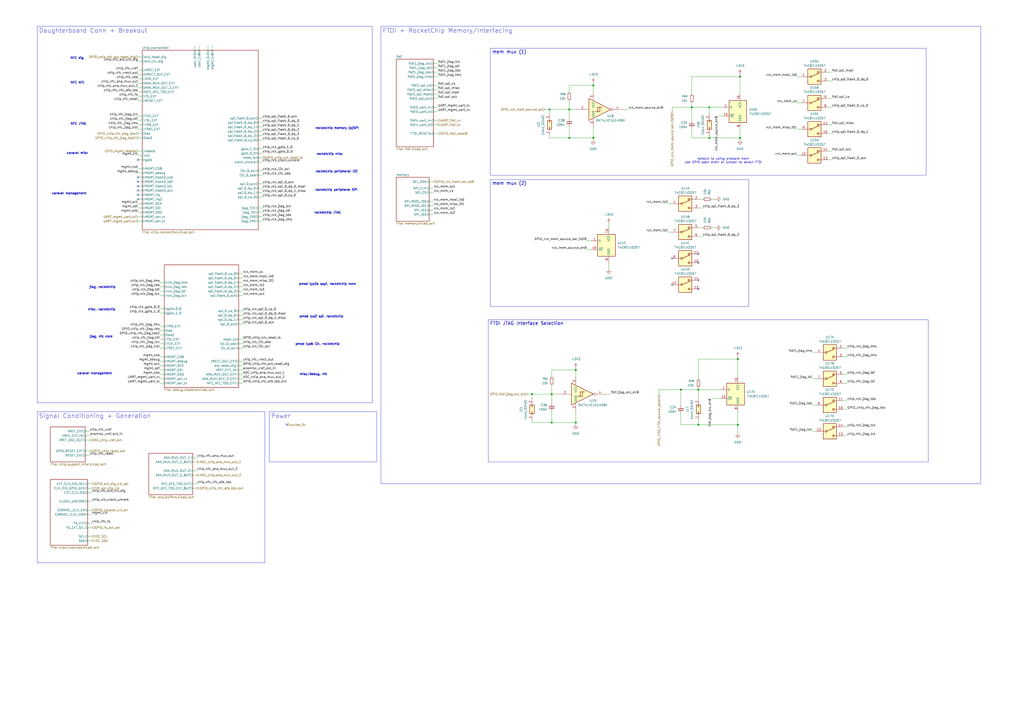
<source format=kicad_sch>
(kicad_sch (version 20250114) (generator "eeschema") (generator_version "9.0")
  (paper "A2")
  (lib_symbols
    (symbol "74xGxx:SN74LVC1G14DBV"
      (property "Reference" "U" (at 0 3.81 0))
      (property "Value" "SN74LVC1G14DBV" (at 0 -3.81 0))
      (symbol "SN74LVC1G14DBV_1_1"
        (pin input line (at -15.24 0 0) (length 7.62) (name "~") (number "2"))
        (pin no_connect line (at -7.62 5.08 180) (length 5.08) (hide yes) (name "NC") (number "1"))
        (pin power_in line (at -5.08 10.16 270) (length 5.08) (name "VCC") (number "5"))
        (pin power_in line (at -5.08 -10.16 90) (length 5.08) (name "GND") (number "3"))
        (pin output inverted (at 12.7 0 180) (length 7.62) (name "~") (number "4"))
      )
    )
    (symbol "74xx:74CBTLV3257"
      (property "Reference" "U" (at 17.78 1.27 0))
      (property "Value" "74CBTLV3257" (at 15.24 -1.27 0))
      (symbol "74CBTLV3257_1_1"
        (pin passive line (at -7.62 0 0) (length 2.54) (name "~") (number "4"))
        (pin passive line (at 7.62 2.54 180) (length 2.54) (name "~") (number "2"))
        (pin passive line (at 7.62 -2.54 180) (length 2.54) (name "~") (number "3"))
      )
      (symbol "74CBTLV3257_2_1"
        (pin passive line (at -7.62 0 0) (length 2.54) (name "~") (number "7"))
        (pin passive line (at 7.62 2.54 180) (length 2.54) (name "~") (number "5"))
        (pin passive line (at 7.62 -2.54 180) (length 2.54) (name "~") (number "6"))
      )
      (symbol "74CBTLV3257_3_1"
        (pin passive line (at -7.62 0 0) (length 2.54) (name "~") (number "9"))
        (pin passive line (at 7.62 2.54 180) (length 2.54) (name "~") (number "11"))
        (pin passive line (at 7.62 -2.54 180) (length 2.54) (name "~") (number "10"))
      )
      (symbol "74CBTLV3257_4_1"
        (pin passive line (at -7.62 0 0) (length 2.54) (name "~") (number "12"))
        (pin passive line (at 7.62 2.54 180) (length 2.54) (name "~") (number "14"))
        (pin passive line (at 7.62 -2.54 180) (length 2.54) (name "~") (number "13"))
      )
      (symbol "74CBTLV3257_5_1"
        (pin input line (at -10.16 2.54 0) (length 3.81) (name "S") (number "1"))
        (pin input line (at -10.16 -2.54 0) (length 3.81) (name "~{OE}") (number "15"))
        (pin power_in line (at 0 10.16 270) (length 3.81) (name "VCC") (number "16"))
        (pin power_in line (at 0 -10.16 90) (length 3.81) (name "GND") (number "8"))
      )
    )
    (symbol "Connector_Generic:Conn_02x01" (pin_names (offset 1.016) (hide yes))
      (property "Reference" "J" (at 1.27 2.54 0))
      (property "Value" "Conn_02x01" (at 1.27 -2.54 0))
      (symbol "Conn_02x01_1_1"
        (pin passive line (at -5.08 0 0) (length 3.81) (name "Pin_1") (number "1"))
        (pin passive line (at 7.62 0 180) (length 3.81) (name "Pin_2") (number "2"))
      )
    )
    (symbol "Device:C_Small" (pin_numbers (hide yes)) (pin_names (offset 0.254) (hide yes))
      (property "Reference" "C" (at 0.254 1.778 0))
      (property "Value" "C_Small" (at 0.254 -2.032 0))
      (symbol "C_Small_1_1"
        (pin passive line (at 0 2.54 270) (length 2.032) (name "~") (number "1"))
        (pin passive line (at 0 -2.54 90) (length 2.032) (name "~") (number "2"))
      )
    )
    (symbol "Device:R_Small" (pin_numbers (hide yes)) (pin_names (offset 0.254) (hide yes))
      (property "Reference" "R" (at 0 0 90))
      (property "Value" "R_Small" (at 1.778 0 90))
      (symbol "R_Small_1_1"
        (pin passive line (at 0 2.54 270) (length 0.762) (name "~") (number "1"))
        (pin passive line (at 0 -2.54 90) (length 0.762) (name "~") (number "2"))
      )
    )
    (symbol "power:+3V3" (power) (pin_numbers (hide yes)) (pin_names (offset 0) (hide yes))
      (property "Value" "+3V3" (at 0 3.556 0))
      (symbol "+3V3_1_1"
        (pin power_in line (at 0 0 90) (length 0) (name "~") (number "1"))
      )
    )
    (symbol "power:GND" (power) (pin_numbers (hide yes)) (pin_names (offset 0) (hide yes))
      (property "Value" "GND" (at 0 -3.81 0))
      (symbol "GND_1_1"
        (pin power_in line (at 0 0 270) (length 0) (name "~") (number "1"))
      )
    )
  )
  (text "caravel management" (at 54.864 216.662 0) (effects (font (size 1.27 1.27) (thickness 0.254) (bold yes))))
  (text "NFC AFE" (at 44.958 48.006 0) (effects (font (size 1.27 1.27) (thickness 0.254) (bold yes))))
  (text "rocketchip memory (q)SPI" (at 195.58 74.422 0) (effects (font (size 1.27 1.27) (thickness 0.254) (bold yes))))
  (text "MASTER TODO:\n1) verify caravel support chip configuration\n2) correct pull up/down resistors\n3) update to new FTDI chip\n4) add voltage regulators\n5) update nucleo symbol, assign/document pins\n6) verify memory interface pinsouts for rocketchip, add connector\n7) make connector pinouts match PMOD/JTAG interface on arty" (at 350.52 -75.946 0) (effects (font (size 3.81 3.81) (thickness 0.508) (bold yes)) (justify left)))
  (text "misc, rocketchip" (at 58.928 179.578 0) (effects (font (size 1.27 1.27) (thickness 0.254) (bold yes))))
  (text "rocketchip peripheral I2C" (at 195.326 99.568 0) (effects (font (size 1.27 1.27) (thickness 0.254) (bold yes))))
  (text "caravel misc" (at 44.958 88.9 0) (effects (font (size 1.27 1.27) (thickness 0.254) (bold yes))))
  (text "pmod typ2 spi, rocketchip" (at 186.436 183.642 0) (effects (font (size 1.27 1.27) (thickness 0.254) (bold yes))))
  (text "pmod typ6 i2c, rocketchip" (at 184.15 199.644 0) (effects (font (size 1.27 1.27) (thickness 0.254) (bold yes))))
  (text "misc/debug, nfc" (at 181.864 217.17 0) (effects (font (size 1.27 1.27) (thickness 0.254) (bold yes))))
  (text "rocketchip peripheral SPI" (at 195.072 110.236 0) (effects (font (size 1.27 1.27) (thickness 0.254) (bold yes))))
  (text "jtag, rocketchip" (at 59.436 166.624 0) (effects (font (size 1.27 1.27) (thickness 0.254) (bold yes))))
  (text "caravel management" (at 40.132 112.268 0) (effects (font (size 1.27 1.27) (thickness 0.254) (bold yes))))
  (text "rocketchip JTAG" (at 189.992 123.444 0) (effects (font (size 1.27 1.27) (thickness 0.254) (bold yes))))
  (text "jtag, nfc core" (at 58.674 195.326 0) (effects (font (size 1.27 1.27) (thickness 0.254) (bold yes))))
  (text "NFC dig" (at 44.704 33.782 0) (effects (font (size 1.27 1.27) (thickness 0.254) (bold yes))))
  (text "pmod typ2a qspi, rocketchip mem" (at 189.992 164.846 0) (effects (font (size 1.27 1.27) (thickness 0.254) (bold yes))))
  (text "rocketchip misc" (at 191.262 89.408 0) (effects (font (size 1.27 1.27) (thickness 0.254) (bold yes))))
  (text "NFC JTAG" (at 45.466 71.882 0) (effects (font (size 1.27 1.27) (thickness 0.254) (bold yes))))
  (text "default to using onboard mem\nuse GPIO open drain or jumper to select FTDI" (at 419.608 93.218 0) (effects (font (size 1.27 1.27))))
  (text_box "mem mux (2)" (at 284.48 104.14 0) (size 149.86 73.66) (margins 0.9525 0.9525 0.9525 0.9525) (effects (font (size 1.905 1.905) (thickness 0.254) (bold yes)) (justify left top)))
  (text_box "FTDI JTAG Interface Selection" (at 283.21 185.42 0) (size 255.27 82.55) (margins 0.9525 0.9525 0.9525 0.9525) (effects (font (size 1.905 1.905) (thickness 0.254) (bold yes)) (justify left top)))
  (text_box "Signal Conditioning + Generation" (at 21.59 238.76 0) (size 132.08 87.63) (margins 0.9525 0.9525 0.9525 0.9525) (effects (font (size 2.54 2.54)) (justify left top)))
  (text_box "FTDI + RocketChip Memory/Interfacing" (at 220.98 15.24 0) (size 347.98 265.43) (margins 0.9525 0.9525 0.9525 0.9525) (effects (font (size 2.54 2.54)) (justify left top)))
  (text_box "mem mux (1)" (at 284.48 27.94 0) (size 252.73 73.66) (margins 0.9525 0.9525 0.9525 0.9525) (effects (font (size 1.905 1.905) (thickness 0.254) (bold yes)) (justify left top)))
  (text_box "Daughterboard Conn + Breakout" (at 21.59 15.24 0) (size 194.31 218.44) (margins 0.9525 0.9525 0.9525 0.9525) (effects (font (size 2.54 2.54)) (justify left top)))
  (text_box "Power" (at 156.21 238.76 0) (size 62.23 29.21) (margins 0.9525 0.9525 0.9525 0.9525) (effects (font (size 2.54 2.54)) (justify left top)))
  (junction (at 427.99 208.28))
  (junction (at 344.17 80.01))
  (junction (at 427.99 246.38))
  (junction (at 401.32 62.23))
  (junction (at 411.48 80.01))
  (junction (at 330.2 63.5))
  (junction (at 318.77 63.5))
  (junction (at 411.48 62.23))
  (junction (at 308.61 228.6))
  (junction (at 330.2 80.01))
  (junction (at 394.97 226.06))
  (junction (at 320.04 228.6))
  (junction (at 429.26 44.45))
  (junction (at 320.04 245.11))
  (junction (at 405.13 226.06))
  (junction (at 334.01 214.63))
  (junction (at 334.01 245.11))
  (junction (at 405.13 246.38))
  (junction (at 429.26 80.01))
  (junction (at 344.17 49.53))
  (no_connect (at 80.01 115.57))
  (no_connect (at 80.01 105.41))
  (no_connect (at 80.01 113.03))
  (no_connect (at 166.37 246.38))
  (no_connect (at 405.13 162.56))
  (no_connect (at 80.01 107.95))
  (no_connect (at 80.01 110.49))
  (no_connect (at 405.13 152.4))
  (no_connect (at 405.13 147.32))
  (no_connect (at 389.89 165.1))
  (no_connect (at 80.01 92.71))
  (no_connect (at 80.01 102.87))
  (no_connect (at 389.89 149.86))
  (no_connect (at 405.13 167.64))
  (wire (pts (xy 113.03 26.67) (xy 113.03 29.21)))
  (wire (pts (xy 80.01 118.11) (xy 82.55 118.11)))
  (wire (pts (xy 308.61 228.6) (xy 320.04 228.6)))
  (wire (pts (xy 248.92 119.38) (xy 251.46 119.38)))
  (wire (pts (xy 149.86 109.22) (xy 152.4 109.22)))
  (wire (pts (xy 80.01 97.79) (xy 82.55 97.79)))
  (wire (pts (xy 427.99 246.38) (xy 427.99 251.46)))
  (wire (pts (xy 115.57 26.67) (xy 115.57 29.21)))
  (wire (pts (xy 330.2 49.53) (xy 330.2 53.34)))
  (wire (pts (xy 248.92 124.46) (xy 251.46 124.46)))
  (wire (pts (xy 480.06 62.23) (xy 482.6 62.23)))
  (wire (pts (xy 80.01 48.26) (xy 82.55 48.26)))
  (wire (pts (xy 480.06 72.39) (xy 482.6 72.39)))
  (wire (pts (xy 334.01 214.63) (xy 334.01 218.44)))
  (wire (pts (xy 251.46 52.07) (xy 254 52.07)))
  (wire (pts (xy 138.43 222.25) (xy 140.97 222.25)))
  (wire (pts (xy 251.46 72.39) (xy 254 72.39)))
  (wire (pts (xy 80.01 53.34) (xy 82.55 53.34)))
  (wire (pts (xy 92.71 163.83) (xy 95.25 163.83)))
  (wire (pts (xy 149.86 99.06) (xy 152.4 99.06)))
  (wire (pts (xy 149.86 125.73) (xy 152.4 125.73)))
  (wire (pts (xy 50.8 295.91) (xy 53.34 295.91)))
  (wire (pts (xy 80.01 55.88) (xy 82.55 55.88)))
  (wire (pts (xy 251.46 57.15) (xy 254 57.15)))
  (wire (pts (xy 427.99 238.76) (xy 427.99 246.38)))
  (wire (pts (xy 405.13 226.06) (xy 405.13 231.14)))
  (wire (pts (xy 344.17 73.66) (xy 344.17 80.01)))
  (wire (pts (xy 462.28 74.93) (xy 464.82 74.93)))
  (wire (pts (xy 149.86 86.36) (xy 152.4 86.36)))
  (wire (pts (xy 382.27 226.06) (xy 394.97 226.06)))
  (wire (pts (xy 138.43 214.63) (xy 140.97 214.63)))
  (wire (pts (xy 330.2 73.66) (xy 330.2 80.01)))
  (wire (pts (xy 248.92 111.76) (xy 251.46 111.76)))
  (wire (pts (xy 92.71 181.61) (xy 95.25 181.61)))
  (wire (pts (xy 320.04 228.6) (xy 323.85 228.6)))
  (wire (pts (xy 80.01 125.73) (xy 82.55 125.73)))
  (wire (pts (xy 120.65 26.67) (xy 120.65 29.21)))
  (wire (pts (xy 251.46 39.37) (xy 254 39.37)))
  (wire (pts (xy 92.71 171.45) (xy 95.25 171.45)))
  (wire (pts (xy 149.86 71.12) (xy 152.4 71.12)))
  (wire (pts (xy 394.97 234.95) (xy 394.97 226.06)))
  (wire (pts (xy 111.76 267.97) (xy 114.3 267.97)))
  (wire (pts (xy 251.46 36.83) (xy 254 36.83)))
  (wire (pts (xy 50.8 303.53) (xy 53.34 303.53)))
  (wire (pts (xy 50.8 285.75) (xy 53.34 285.75)))
  (wire (pts (xy 251.46 41.91) (xy 254 41.91)))
  (wire (pts (xy 111.76 275.59) (xy 114.3 275.59)))
  (wire (pts (xy 308.61 243.84) (xy 308.61 245.11)))
  (wire (pts (xy 353.06 129.54) (xy 353.06 132.08)))
  (wire (pts (xy 251.46 54.61) (xy 254 54.61)))
  (wire (pts (xy 405.13 243.84) (xy 405.13 246.38)))
  (wire (pts (xy 251.46 62.23) (xy 254 62.23)))
  (wire (pts (xy 334.01 213.36) (xy 334.01 214.63)))
  (wire (pts (xy 318.77 78.74) (xy 318.77 80.01)))
  (wire (pts (xy 138.43 199.39) (xy 140.97 199.39)))
  (wire (pts (xy 80.01 35.56) (xy 82.55 35.56)))
  (wire (pts (xy 351.79 228.6) (xy 354.33 228.6)))
  (wire (pts (xy 149.86 81.28) (xy 152.4 81.28)))
  (wire (pts (xy 405.13 115.57) (xy 407.67 115.57)))
  (wire (pts (xy 480.06 87.63) (xy 482.6 87.63)))
  (wire (pts (xy 488.95 237.49) (xy 491.49 237.49)))
  (wire (pts (xy 123.19 26.67) (xy 123.19 29.21)))
  (wire (pts (xy 92.71 189.23) (xy 95.25 189.23)))
  (wire (pts (xy 334.01 238.76) (xy 334.01 245.11)))
  (wire (pts (xy 92.71 196.85) (xy 95.25 196.85)))
  (wire (pts (xy 138.43 209.55) (xy 140.97 209.55)))
  (wire (pts (xy 308.61 228.6) (xy 308.61 231.14)))
  (wire (pts (xy 462.28 90.17) (xy 464.82 90.17)))
  (wire (pts (xy 92.71 219.71) (xy 95.25 219.71)))
  (wire (pts (xy 387.35 118.11) (xy 389.89 118.11)))
  (wire (pts (xy 394.97 226.06) (xy 405.13 226.06)))
  (wire (pts (xy 138.43 163.83) (xy 140.97 163.83)))
  (wire (pts (xy 330.2 63.5) (xy 334.01 63.5)))
  (wire (pts (xy 471.17 219.71) (xy 473.71 219.71)))
  (wire (pts (xy 308.61 245.11) (xy 320.04 245.11)))
  (wire (pts (xy 251.46 49.53) (xy 254 49.53)))
  (wire (pts (xy 138.43 217.17) (xy 140.97 217.17)))
  (wire (pts (xy 248.92 109.22) (xy 251.46 109.22)))
  (wire (pts (xy 361.95 63.5) (xy 364.49 63.5)))
  (wire (pts (xy 149.86 88.9) (xy 152.4 88.9)))
  (wire (pts (xy 344.17 48.26) (xy 344.17 49.53)))
  (wire (pts (xy 318.77 80.01) (xy 330.2 80.01)))
  (wire (pts (xy 80.01 123.19) (xy 82.55 123.19)))
  (wire (pts (xy 138.43 171.45) (xy 140.97 171.45)))
  (wire (pts (xy 50.8 313.69) (xy 53.34 313.69)))
  (wire (pts (xy 248.92 121.92) (xy 251.46 121.92)))
  (wire (pts (xy 149.86 128.27) (xy 152.4 128.27)))
  (wire (pts (xy 80.01 67.31) (xy 82.55 67.31)))
  (wire (pts (xy 427.99 208.28) (xy 427.99 218.44)))
  (wire (pts (xy 80.01 115.57) (xy 82.55 115.57)))
  (wire (pts (xy 330.2 80.01) (xy 344.17 80.01)))
  (wire (pts (xy 401.32 80.01) (xy 411.48 80.01)))
  (wire (pts (xy 488.95 252.73) (xy 491.49 252.73)))
  (wire (pts (xy 471.17 204.47) (xy 473.71 204.47)))
  (wire (pts (xy 330.2 58.42) (xy 330.2 63.5)))
  (wire (pts (xy 111.76 273.05) (xy 114.3 273.05)))
  (wire (pts (xy 49.53 250.19) (xy 52.07 250.19)))
  (wire (pts (xy 80.01 128.27) (xy 82.55 128.27)))
  (wire (pts (xy 462.28 44.45) (xy 464.82 44.45)))
  (wire (pts (xy 111.76 265.43) (xy 114.3 265.43)))
  (wire (pts (xy 138.43 196.85) (xy 140.97 196.85)))
  (wire (pts (xy 138.43 166.37) (xy 140.97 166.37)))
  (wire (pts (xy 462.28 59.69) (xy 464.82 59.69)))
  (wire (pts (xy 344.17 49.53) (xy 330.2 49.53)))
  (wire (pts (xy 80.01 113.03) (xy 82.55 113.03)))
  (wire (pts (xy 412.75 231.14) (xy 417.83 231.14)))
  (wire (pts (xy 149.86 101.6) (xy 152.4 101.6)))
  (wire (pts (xy 149.86 114.3) (xy 152.4 114.3)))
  (wire (pts (xy 149.86 68.58) (xy 152.4 68.58)))
  (wire (pts (xy 251.46 77.47) (xy 254 77.47)))
  (wire (pts (xy 80.01 69.85) (xy 82.55 69.85)))
  (wire (pts (xy 488.95 207.01) (xy 491.49 207.01)))
  (wire (pts (xy 50.8 290.83) (xy 53.34 290.83)))
  (wire (pts (xy 411.48 62.23) (xy 411.48 66.04)))
  (wire (pts (xy 320.04 223.52) (xy 320.04 228.6)))
  (wire (pts (xy 92.71 201.93) (xy 95.25 201.93)))
  (wire (pts (xy 50.8 298.45) (xy 53.34 298.45)))
  (wire (pts (xy 412.75 132.08) (xy 415.29 132.08)))
  (wire (pts (xy 480.06 41.91) (xy 482.6 41.91)))
  (wire (pts (xy 80.01 58.42) (xy 82.55 58.42)))
  (wire (pts (xy 92.71 209.55) (xy 95.25 209.55)))
  (wire (pts (xy 80.01 105.41) (xy 82.55 105.41)))
  (wire (pts (xy 480.06 46.99) (xy 482.6 46.99)))
  (wire (pts (xy 471.17 234.95) (xy 473.71 234.95)))
  (wire (pts (xy 401.32 44.45) (xy 401.32 54.61)))
  (wire (pts (xy 111.76 283.21) (xy 114.3 283.21)))
  (wire (pts (xy 149.86 76.2) (xy 152.4 76.2)))
  (wire (pts (xy 49.53 252.73) (xy 52.07 252.73)))
  (wire (pts (xy 411.48 62.23) (xy 419.1 62.23)))
  (wire (pts (xy 50.8 280.67) (xy 53.34 280.67)))
  (wire (pts (xy 80.01 33.02) (xy 82.55 33.02)))
  (wire (pts (xy 80.01 72.39) (xy 82.55 72.39)))
  (wire (pts (xy 80.01 77.47) (xy 82.55 77.47)))
  (wire (pts (xy 320.04 214.63) (xy 320.04 218.44)))
  (wire (pts (xy 401.32 74.93) (xy 401.32 80.01)))
  (wire (pts (xy 92.71 168.91) (xy 95.25 168.91)))
  (wire (pts (xy 149.86 120.65) (xy 152.4 120.65)))
  (wire (pts (xy 389.89 62.23) (xy 401.32 62.23)))
  (wire (pts (xy 387.35 134.62) (xy 389.89 134.62)))
  (wire (pts (xy 342.9 144.78) (xy 340.36 144.78)))
  (wire (pts (xy 92.71 207.01) (xy 95.25 207.01)))
  (wire (pts (xy 330.2 63.5) (xy 330.2 68.58)))
  (wire (pts (xy 251.46 64.77) (xy 254 64.77)))
  (wire (pts (xy 401.32 44.45) (xy 429.26 44.45)))
  (wire (pts (xy 138.43 180.34) (xy 140.97 180.34)))
  (wire (pts (xy 251.46 69.85) (xy 254 69.85)))
  (wire (pts (xy 405.13 226.06) (xy 417.83 226.06)))
  (wire (pts (xy 149.86 78.74) (xy 152.4 78.74)))
  (wire (pts (xy 429.26 80.01) (xy 429.26 81.28)))
  (wire (pts (xy 149.86 73.66) (xy 152.4 73.66)))
  (wire (pts (xy 334.01 214.63) (xy 320.04 214.63)))
  (wire (pts (xy 138.43 161.29) (xy 140.97 161.29)))
  (wire (pts (xy 92.71 199.39) (xy 95.25 199.39)))
  (wire (pts (xy 92.71 214.63) (xy 95.25 214.63)))
  (wire (pts (xy 480.06 57.15) (xy 482.6 57.15)))
  (wire (pts (xy 92.71 191.77) (xy 95.25 191.77)))
  (wire (pts (xy 149.86 91.44) (xy 152.4 91.44)))
  (wire (pts (xy 488.95 201.93) (xy 491.49 201.93)))
  (wire (pts (xy 389.89 64.77) (xy 389.89 62.23)))
  (wire (pts (xy 138.43 182.88) (xy 140.97 182.88)))
  (wire (pts (xy 149.86 93.98) (xy 152.4 93.98)))
  (wire (pts (xy 405.13 132.08) (xy 407.67 132.08)))
  (wire (pts (xy 80.01 90.17) (xy 82.55 90.17)))
  (wire (pts (xy 92.71 179.07) (xy 95.25 179.07)))
  (wire (pts (xy 138.43 168.91) (xy 140.97 168.91)))
  (wire (pts (xy 318.77 63.5) (xy 318.77 66.04)))
  (wire (pts (xy 80.01 120.65) (xy 82.55 120.65)))
  (wire (pts (xy 344.17 49.53) (xy 344.17 53.34)))
  (wire (pts (xy 80.01 92.71) (xy 82.55 92.71)))
  (wire (pts (xy 92.71 217.17) (xy 95.25 217.17)))
  (wire (pts (xy 80.01 43.18) (xy 82.55 43.18)))
  (wire (pts (xy 429.26 44.45) (xy 429.26 54.61)))
  (wire (pts (xy 149.86 106.68) (xy 152.4 106.68)))
  (wire (pts (xy 488.95 217.17) (xy 491.49 217.17)))
  (wire (pts (xy 488.95 222.25) (xy 491.49 222.25)))
  (wire (pts (xy 138.43 212.09) (xy 140.97 212.09)))
  (wire (pts (xy 251.46 44.45) (xy 254 44.45)))
  (wire (pts (xy 50.8 283.21) (xy 53.34 283.21)))
  (wire (pts (xy 248.92 105.41) (xy 251.46 105.41)))
  (wire (pts (xy 320.04 238.76) (xy 320.04 245.11)))
  (wire (pts (xy 405.13 208.28) (xy 427.99 208.28)))
  (wire (pts (xy 80.01 80.01) (xy 82.55 80.01)))
  (wire (pts (xy 480.06 77.47) (xy 482.6 77.47)))
  (wire (pts (xy 480.06 92.71) (xy 482.6 92.71)))
  (wire (pts (xy 353.06 152.4) (xy 353.06 156.21)))
  (wire (pts (xy 405.13 120.65) (xy 407.67 120.65)))
  (wire (pts (xy 80.01 45.72) (xy 82.55 45.72)))
  (wire (pts (xy 344.17 80.01) (xy 344.17 81.28)))
  (wire (pts (xy 111.76 280.67) (xy 114.3 280.67)))
  (wire (pts (xy 80.01 100.33) (xy 82.55 100.33)))
  (wire (pts (xy 401.32 62.23) (xy 401.32 69.85)))
  (wire (pts (xy 80.01 102.87) (xy 82.55 102.87)))
  (wire (pts (xy 411.48 80.01) (xy 429.26 80.01)))
  (wire (pts (xy 405.13 246.38) (xy 427.99 246.38)))
  (wire (pts (xy 92.71 194.31) (xy 95.25 194.31)))
  (wire (pts (xy 429.26 43.18) (xy 429.26 44.45)))
  (wire (pts (xy 427.99 207.01) (xy 427.99 208.28)))
  (wire (pts (xy 49.53 255.27) (xy 52.07 255.27)))
  (wire (pts (xy 138.43 201.93) (xy 140.97 201.93)))
  (wire (pts (xy 334.01 245.11) (xy 334.01 246.38)))
  (wire (pts (xy 401.32 62.23) (xy 411.48 62.23)))
  (wire (pts (xy 340.36 139.7) (xy 342.9 139.7)))
  (wire (pts (xy 80.01 87.63) (xy 82.55 87.63)))
  (wire (pts (xy 429.26 74.93) (xy 429.26 80.01)))
  (wire (pts (xy 92.71 212.09) (xy 95.25 212.09)))
  (wire (pts (xy 412.75 115.57) (xy 415.29 115.57)))
  (wire (pts (xy 49.53 261.62) (xy 52.07 261.62)))
  (wire (pts (xy 405.13 219.71) (xy 405.13 208.28)))
  (wire (pts (xy 80.01 107.95) (xy 82.55 107.95)))
  (wire (pts (xy 138.43 158.75) (xy 140.97 158.75)))
  (wire (pts (xy 149.86 111.76) (xy 152.4 111.76)))
  (wire (pts (xy 411.48 80.01) (xy 411.48 78.74)))
  (wire (pts (xy 320.04 245.11) (xy 334.01 245.11)))
  (wire (pts (xy 92.71 222.25) (xy 95.25 222.25)))
  (wire (pts (xy 394.97 246.38) (xy 405.13 246.38)))
  (wire (pts (xy 80.01 110.49) (xy 82.55 110.49)))
  (wire (pts (xy 488.95 232.41) (xy 491.49 232.41)))
  (wire (pts (xy 316.23 63.5) (xy 318.77 63.5)))
  (wire (pts (xy 419.1 67.31) (xy 416.56 67.31)))
  (wire (pts (xy 80.01 40.64) (xy 82.55 40.64)))
  (wire (pts (xy 405.13 224.79) (xy 405.13 226.06)))
  (wire (pts (xy 382.27 228.6) (xy 382.27 226.06)))
  (wire (pts (xy 488.95 247.65) (xy 491.49 247.65)))
  (wire (pts (xy 248.92 116.84) (xy 251.46 116.84)))
  (wire (pts (xy 149.86 123.19) (xy 152.4 123.19)))
  (wire (pts (xy 306.07 228.6) (xy 308.61 228.6)))
  (wire (pts (xy 50.8 306.07) (xy 53.34 306.07)))
  (wire (pts (xy 138.43 185.42) (xy 140.97 185.42)))
  (wire (pts (xy 138.43 187.96) (xy 140.97 187.96)))
  (wire (pts (xy 318.77 63.5) (xy 330.2 63.5)))
  (wire (pts (xy 50.8 311.15) (xy 53.34 311.15)))
  (wire (pts (xy 471.17 250.19) (xy 473.71 250.19)))
  (wire (pts (xy 49.53 264.16) (xy 52.07 264.16)))
  (wire (pts (xy 138.43 219.71) (xy 140.97 219.71)))
  (wire (pts (xy 92.71 166.37) (xy 95.25 166.37)))
  (wire (pts (xy 80.01 74.93) (xy 82.55 74.93)))
  (wire (pts (xy 401.32 59.69) (xy 401.32 62.23)))
  (wire (pts (xy 320.04 228.6) (xy 320.04 233.68)))
  (wire (pts (xy 80.01 50.8) (xy 82.55 50.8)))
  (wire (pts (xy 394.97 240.03) (xy 394.97 246.38)))
  (wire (pts (xy 405.13 137.16) (xy 407.67 137.16)))
  (label "chip_nfc_jtag_tms" (at 92.71 189.23 180))
  (label "chip_rck_jtag_tms" (at 491.49 201.93 0) (effects (font (thickness 0.1588))))
  (label "chip_nfc_ext_clk_dig" (at 80.01 35.56 180) (effects (font (thickness 0.1588))))
  (label "chip_nfc_fs" (at 53.34 303.53 0))
  (label "chip_spi_flash_0_sck" (at 482.6 92.71 0) (effects (font (thickness 0.1588))))
  (label "ftdi_jtag_src_enB" (at 354.33 228.6 0))
  (label "chip_rck_jtag_tdi" (at 152.4 123.19 0) (effects (font (thickness 0.1588))))
  (label "ftdi_spi_miso" (at 254 52.07 0))
  (label "chip_rck_i2c_sda" (at 140.97 199.39 0) (effects (font (thickness 0.1588))))
  (label "mgmt_sdi" (at 80.01 120.65 180))
  (label "chip_nfc_nfc_afe_tdo" (at 114.3 280.67 0))
  (label "rck_mem_miso_i01" (at 251.46 119.38 0))
  (label "ftdi_spi_cs" (at 254 49.53 0))
  (label "rck_mem_source_enB" (at 416.56 67.31 270))
  (label "ftdi_spi_cs" (at 482.6 57.15 0))
  (label "rck_mem_io3" (at 140.97 168.91 0))
  (label "ADC_chip_ana_mux_out_1" (at 140.97 217.17 0))
  (label "chip_nfc_vrect_out" (at 80.01 43.18 180))
  (label "anamisc_vref_ext_in" (at 140.97 214.63 0))
  (label "rck_mem_io2" (at 251.46 121.92 0))
  (label "chip_spi_flash_0_dq_0" (at 482.6 46.99 0) (effects (font (thickness 0.1588))))
  (label "chip_spi_flash_0_dq_1" (at 482.6 77.47 0) (effects (font (thickness 0.1588))))
  (label "ftdi_spi_mosi" (at 254 54.61 0))
  (label "mgmt_sck" (at 92.71 212.09 180))
  (label "rck_mem_mosi_io0" (at 140.97 161.29 0))
  (label "rck_mem_sck" (at 462.28 90.17 180))
  (label "chip_rck_i2c_scl" (at 140.97 201.93 0) (effects (font (thickness 0.1588))))
  (label "ftdi1_jtag_tck" (at 471.17 250.19 180))
  (label "chip_nfc_ana_mux_out_2" (at 80.01 50.8 180))
  (label "GPIO_chip_nfc_afe_tdo_ext" (at 140.97 222.25 0))
  (label "ftdi_jtag_src_enB" (at 412.75 231.14 270))
  (label "chip_rck_clock_uncore" (at 152.4 93.98 0) (effects (font (thickness 0.1588))))
  (label "chip_spi_flash_0_cs_0" (at 482.6 62.23 0) (effects (font (thickness 0.1588))))
  (label "chip_rck_jtag_tck" (at 491.49 247.65 0) (effects (font (thickness 0.1588))))
  (label "ftdi_spi_miso" (at 482.6 72.39 0))
  (label "chip_spi_flash_0_dq_0" (at 152.4 71.12 0) (effects (font (thickness 0.1588))))
  (label "chip_nfc_jtag_tms" (at 80.01 72.39 180))
  (label "mgmt_sdi" (at 92.71 214.63 180))
  (label "ftdi_spi_sck" (at 254 57.15 0))
  (label "chip_nfc_ana_mux_out" (at 80.01 48.26 180))
  (label "UART_mgmt_uart_rx" (at 92.71 219.71 180) (effects (font (thickness 0.1588))))
  (label "rck_mem_source_enB" (at 364.49 63.5 0))
  (label "chip_rck_i2c_sda" (at 152.4 101.6 0) (effects (font (thickness 0.1588))))
  (label "chip_nfc_jtag_tck" (at 491.49 252.73 0))
  (label "chip_rck_jtag_tdi" (at 92.71 168.91 180) (effects (font (thickness 0.1588))))
  (label "chip_rck_jtag_tdo" (at 152.4 125.73 0) (effects (font (thickness 0.1588))))
  (label "chip_rck_jtag_tck" (at 92.71 171.45 180) (effects (font (thickness 0.1588))))
  (label "rck_mem_io3" (at 387.35 118.11 180))
  (label "rck_mem_sck" (at 251.46 109.22 0))
  (label "chip_nfc_jtag_tck" (at 92.71 199.39 180))
  (label "mgmt_debug" (at 92.71 209.55 180))
  (label "chip_rck_jtag_tdo" (at 491.49 232.41 0) (effects (font (thickness 0.1588))))
  (label "ftdi_spi_sck" (at 482.6 87.63 0))
  (label "chip_nfc_reset" (at 52.07 264.16 0))
  (label "chip_nfc_vdd" (at 80.01 45.72 180) (effects (font (thickness 0.1588))))
  (label "mgmt_clk" (at 80.01 90.17 180))
  (label "mgmt_sdo" (at 92.71 217.17 180))
  (label "chip_spi_flash_0_dq_1" (at 152.4 73.66 0) (effects (font (thickness 0.1588))))
  (label "chip_rck_spi_0_dq_0_mosi" (at 152.4 109.22 0) (effects (font (thickness 0.1588))))
  (label "chip_spi_flash_0_dq_2" (at 152.4 76.2 0) (effects (font (thickness 0.1588))))
  (label "chip_nfc_jtag_tck" (at 80.01 67.31 180))
  (label "mgmt_sdo" (at 80.01 123.19 180))
  (label "ftdi1_jtag_tdi" (at 471.17 219.71 180))
  (label "UART_mgmt_uart_rx" (at 254 64.77 0) (effects (font (thickness 0.1588))))
  (label "chip_nfc_nfc_afe_tdo" (at 80.01 53.34 180))
  (label "rck_mem_cs" (at 251.46 111.76 0))
  (label "rck_mem_io2" (at 140.97 166.37 0))
  (label "chip_nfc_ana_mux_out" (at 114.3 265.43 0))
  (label "chip_rck_gpio_1_0" (at 152.4 86.36 0) (effects (font (thickness 0.1588))))
  (label "chip_rck_jtag_tdo" (at 92.71 166.37 180) (effects (font (thickness 0.1588))))
  (label "chip_nfc_ana_mux_out_2" (at 114.3 273.05 0))
  (label "chip_nfc_fs" (at 80.01 55.88 180))
  (label "mgmt_csb" (at 92.71 207.01 180))
  (label "rck_mem_io3" (at 251.46 124.46 0))
  (label "chip_rck_spi_0_cs_0" (at 140.97 180.34 0) (effects (font (thickness 0.1588))))
  (label "chip_nfc_jtag_tdi" (at 491.49 222.25 0))
  (label "rck_mem_mosi_io0" (at 462.28 44.45 180))
  (label "chip_rck_i2c_scl" (at 152.4 99.06 0) (effects (font (thickness 0.1588))))
  (label "rck_mem_mosi_io0" (at 251.46 116.84 0))
  (label "chip_nfc_vrect_out" (at 140.97 209.55 0))
  (label "chip_nfc_jtag_tdi" (at 80.01 69.85 180))
  (label "chip_spi_flash_0_dq_3" (at 152.4 78.74 0) (effects (font (thickness 0.1588))))
  (label "chip_spi_flash_0_dq_3" (at 407.67 120.65 0) (effects (font (thickness 0.1588))))
  (label "ftdi1_jtag_tdi" (at 254 39.37 0))
  (label "ftdi1_jtag_tck" (at 254 36.83 0))
  (label "ftdi1_jtag_tdo" (at 254 41.91 0))
  (label "ftdi1_jtag_tms" (at 254 44.45 0))
  (label "chip_rck_spi_0_dq_1_miso" (at 140.97 185.42 0) (effects (font (thickness 0.1588))))
  (label "rck_mem_miso_i01" (at 140.97 163.83 0))
  (label "UART_mgmt_uart_tx" (at 254 62.23 0) (effects (font (thickness 0.1588))))
  (label "chip_rck_clock_uncore" (at 53.34 290.83 0) (effects (font (thickness 0.1588))))
  (label "mgmt_debug" (at 80.01 100.33 180))
  (label "mgmt_csb" (at 80.01 97.79 180))
  (label "chip_rck_spi_0_sck" (at 152.4 106.68 0) (effects (font (thickness 0.1588))))
  (label "GPIO_chip_nfc_jtag_tdo" (at 491.49 237.49 0))
  (label "rck_mem_cs" (at 462.28 59.69 180))
  (label "GPIO_chip_rck_reset_io" (at 140.97 196.85 0) (effects (font (thickness 0.1588))))
  (label "chip_rck_jtag_tdi" (at 491.49 217.17 0) (effects (font (thickness 0.1588))))
  (label "rck_mem_miso_i01" (at 462.28 74.93 180))
  (label "chip_nfc_vref" (at 80.01 40.64 180))
  (label "chip_rck_spi_0_dq_1_miso" (at 152.4 111.76 0) (effects (font (thickness 0.1588))))
  (label "ADC_chip_ana_mux_out_2" (at 140.97 219.71 0))
  (label "chip_rck_gpio_0_0" (at 152.4 88.9 0) (effects (font (thickness 0.1588))))
  (label "UART_mgmt_uart_tx" (at 92.71 222.25 180) (effects (font (thickness 0.1588))))
  (label "GPIO_chip_nfc_jtag_tdo2" (at 92.71 194.31 180))
  (label "chip_rck_gpio_1_0" (at 92.71 181.61 180) (effects (font (thickness 0.1588))))
  (label "rck_mem_io2" (at 387.35 134.62 180))
  (label "mgmt_sck" (at 80.01 118.11 180))
  (label "chip_nfc_jtag_trst" (at 92.71 201.93 180))
  (label "rck_mem_cs" (at 140.97 158.75 0))
  (label "chip_nfc_reset" (at 80.01 58.42 180))
  (label "mgmt_clk" (at 53.34 298.45 0))
  (label "ftdi_spi_mosi" (at 482.6 41.91 0))
  (label "rck_mem_sck" (at 140.97 171.45 0))
  (label "chip_spi_flash_0_sck" (at 152.4 68.58 0) (effects (font (thickness 0.1588))))
  (label "GPIO_rck_mem_source_sel_ftdiB" (at 340.36 139.7 180))
  (label "chip_spi_flash_0_dq_2" (at 407.67 137.16 0) (effects (font (thickness 0.1588))))
  (label "chip_nfc_jtag_tms" (at 491.49 207.01 0))
  (label "chip_nfc_jtag_trst" (at 80.01 74.93 180))
  (label "chip_rck_gpio_0_0" (at 92.71 179.07 180) (effects (font (thickness 0.1588))))
  (label "chip_rck_jtag_tms" (at 152.4 128.27 0) (effects (font (thickness 0.1588))))
  (label "chip_rck_spi_0_dq_0_mosi" (at 140.97 182.88 0) (effects (font (thickness 0.1588))))
  (label "chip_nfc_jtag_tdi" (at 92.71 196.85 180))
  (label "anamisc_vref_ext_in" (at 52.07 252.73 0))
  (label "chip_spi_flash_0_cs_0" (at 152.4 81.28 0) (effects (font (thickness 0.1588))))
  (label "GPIO_chip_nfc_jtag_tdo" (at 92.71 191.77 180))
  (label "chip_rck_jtag_tck" (at 152.4 120.65 0) (effects (font (thickness 0.1588))))
  (label "chip_nfc_vref" (at 52.07 250.19 0))
  (label "rck_mem_source_enB" (at 340.36 144.78 180))
  (label "ftdi1_jtag_tms" (at 471.17 204.47 180))
  (label "chip_rck_spi_0_sck" (at 140.97 187.96 0) (effects (font (thickness 0.1588))))
  (label "chip_rck_jtag_tms" (at 92.71 163.83 180) (effects (font (thickness 0.1588))))
  (label "chip_nfc_ext_clk_dig" (at 53.34 285.75 0) (effects (font (thickness 0.1588))))
  (label "ftdi1_jtag_tdo" (at 471.17 234.95 180))
  (label "GPIO_chip_nfc_ext_reset_dig" (at 140.97 212.09 0) (effects (font (thickness 0.1588))))
  (label "chip_rck_spi_0_cs_0" (at 152.4 114.3 0) (effects (font (thickness 0.1588))))
  (hierarchical_label "GPIO_chip_nfc_jtag_tdo2" (shape output) (at 80.01 80.01 180))
  (hierarchical_label "GPIO_mgmt_resetb" (shape input) (at 80.01 87.63 180))
  (hierarchical_label "GPIO_ftdi_jtag_src_en" (shape input) (at 306.07 228.6 180))
  (hierarchical_label "GPIO_chip_reset_ext" (shape input) (at 52.07 261.62 0))
  (hierarchical_label "GPIO_rck_mem_source_en" (shape input) (at 316.23 63.5 180))
  (hierarchical_label "I2C_SDA" (shape bidirectional) (at 53.34 313.69 0))
  (hierarchical_label "GPIO_caravel_clk_en" (shape input) (at 53.34 295.91 0))
  (hierarchical_label "GPIO_rck_mem_sel_sdB" (shape input) (at 251.46 105.41 0))
  (hierarchical_label "GPIO_JTAG_FTDI_source_select" (shape input) (at 382.27 228.6 270))
  (hierarchical_label "UART_mgmt_uart_tx" (shape output) (at 80.01 128.27 180) (effects (font (thickness 0.1588))))
  (hierarchical_label "GPIO_chip_nfc_jtag_tdo" (shape output) (at 80.01 77.47 180))
  (hierarchical_label "GPIO_fs_ext_sel" (shape input) (at 53.34 306.07 0))
  (hierarchical_label "GPIO_chip_nfc_afe_tdo_ext" (shape output) (at 114.3 283.21 0))
  (hierarchical_label "UART_ftdi_rx" (shape input) (at 254 69.85 0))
  (hierarchical_label "ADC_chip_ana_mux_out_1" (shape output) (at 114.3 267.97 0))
  (hierarchical_label "nucleo_5v" (shape input) (at 166.37 246.38 0))
  (hierarchical_label "GPIO_ext_dig_clk_sel" (shape input) (at 53.34 280.67 0))
  (hierarchical_label "GPIO_chip_nfc_ext_reset_dig" (shape input) (at 80.01 33.02 180) (effects (font (thickness 0.1588))))
  (hierarchical_label "GPIO_chip_rck_reset_io" (shape input) (at 152.4 91.44 0) (effects (font (thickness 0.1588))))
  (hierarchical_label "I2C_SCL" (shape input) (at 53.34 311.15 0))
  (hierarchical_label "UART_ftdi_tx" (shape output) (at 254 72.39 0))
  (hierarchical_label "GPIO_ftdi_resetB" (shape input) (at 254 77.47 0))
  (hierarchical_label "TIM_ext_dig_clk" (shape input) (at 53.34 283.21 0))
  (hierarchical_label "DAC_chip_vref_ext" (shape input) (at 52.07 255.27 0))
  (hierarchical_label "GPIO_rck_mem_source_sel_ftdiB" (shape input) (at 389.89 64.77 270))
  (hierarchical_label "ADC_chip_ana_mux_out_2" (shape output) (at 114.3 275.59 0))
  (hierarchical_label "UART_mgmt_uart_rx" (shape input) (at 80.01 125.73 180) (effects (font (thickness 0.1588))))
  (symbol (lib_id "power:+3V3") (at 429.26 43.18 0) (unit 1)
    (property "Reference" "#PWR0152" (effects (hide yes)))
    (property "Value" "+3V3" (at 429.26 38.1 0))
    (property "Description" "Power symbol creates a global label with name \"+3V3\"" (effects (hide yes)))
  )
  (symbol (lib_id "Device:R_Small") (at 410.21 132.08 270) (unit 1)
    (property "Reference" "R53" (at 411.4801 129.54 0) (effects (font (size 1.016 1.016)) (justify right)))
    (property "Value" "10k" (at 408.9401 129.54 0) (effects (justify right)))
    (property "Description" "Resistor, small symbol" (effects (hide yes)))
  )
  (symbol (lib_id "74xx:74CBTLV3257") (at 481.33 204.47 0) (unit 1)
    (property "Reference" "U17" (at 481.33 195.58 0))
    (property "Value" "74CBTLV3257" (at 481.33 198.12 0))
    (property "Datasheet" "http://www.ti.com/lit/ds/symlink/sn74cbtlv3257.pdf" (effects (hide yes)))
    (property "Description" "Quad 1:2 FET Multiplexer/Demultiplexer, Low-Voltage" (effects (hide yes)))
  )
  (symbol (lib_id "Device:C_Small") (at 320.04 236.22 0) (unit 1)
    (property "Reference" "C36" (at 317.5 234.9562 0) (effects (justify right)))
    (property "Value" "100n" (at 317.5 237.4962 0) (effects (justify right)))
    (property "Description" "Unpolarized capacitor, small symbol" (effects (hide yes)))
  )
  (symbol (lib_id "Device:R_Small") (at 401.32 57.15 0) (unit 1)
    (property "Reference" "R49" (at 398.78 55.8799 0) (effects (font (size 1.016 1.016)) (justify right)))
    (property "Value" "10k" (at 398.78 58.4199 0) (effects (justify right)))
    (property "Description" "Resistor, small symbol" (effects (hide yes)))
  )
  (symbol (lib_id "power:GND") (at 415.29 115.57 90) (unit 1)
    (property "Reference" "#PWR0154" (effects (hide yes)))
    (property "Value" "GND" (at 419.1 115.5699 90) (effects (justify right)))
    (property "Description" "Power symbol creates a global label with name \"GND\" , ground" (effects (hide yes)))
  )
  (symbol (lib_id "power:+3V3") (at 427.99 207.01 0) (unit 1)
    (property "Reference" "#PWR0156" (effects (hide yes)))
    (property "Value" "+3V3" (at 427.99 201.93 0))
    (property "Description" "Power symbol creates a global label with name \"+3V3\"" (effects (hide yes)))
  )
  (symbol (lib_id "74xx:74CBTLV3257") (at 397.51 134.62 0) (unit 2)
    (property "Reference" "U14" (at 397.51 125.73 0))
    (property "Value" "74CBTLV3257" (at 397.51 128.27 0))
    (property "Datasheet" "http://www.ti.com/lit/ds/symlink/sn74cbtlv3257.pdf" (effects (hide yes)))
    (property "Description" "Quad 1:2 FET Multiplexer/Demultiplexer, Low-Voltage" (effects (hide yes)))
  )
  (symbol (lib_id "74xx:74CBTLV3257") (at 427.99 228.6 0) (unit 5)
    (property "Reference" "U17" (at 433.07 227.3299 0) (effects (justify left)))
    (property "Value" "74CBTLV3257" (at 433.07 229.8699 0) (effects (justify left)))
    (property "Datasheet" "http://www.ti.com/lit/ds/symlink/sn74cbtlv3257.pdf" (effects (hide yes)))
    (property "Description" "Quad 1:2 FET Multiplexer/Demultiplexer, Low-Voltage" (effects (hide yes)))
  )
  (symbol (lib_id "Device:R_Small") (at 330.2 55.88 0) (unit 1)
    (property "Reference" "R56" (at 328.168 54.61 0) (effects (font (size 1.016 1.016)) (justify right)))
    (property "Value" "10k" (at 328.168 57.15 0) (effects (justify right)))
    (property "Description" "Resistor, small symbol" (effects (hide yes)))
  )
  (symbol (lib_id "74xx:74CBTLV3257") (at 353.06 142.24 0) (unit 5)
    (property "Reference" "U14" (at 358.14 140.9699 0) (effects (justify left)))
    (property "Value" "74CBTLV3257" (at 358.14 143.5099 0) (effects (justify left)))
    (property "Datasheet" "http://www.ti.com/lit/ds/symlink/sn74cbtlv3257.pdf" (effects (hide yes)))
    (property "Description" "Quad 1:2 FET Multiplexer/Demultiplexer, Low-Voltage" (effects (hide yes)))
  )
  (symbol (lib_id "74xx:74CBTLV3257") (at 397.51 118.11 0) (unit 1)
    (property "Reference" "U14" (at 397.51 109.22 0))
    (property "Value" "74CBTLV3257" (at 397.51 111.76 0))
    (property "Datasheet" "http://www.ti.com/lit/ds/symlink/sn74cbtlv3257.pdf" (effects (hide yes)))
    (property "Description" "Quad 1:2 FET Multiplexer/Demultiplexer, Low-Voltage" (effects (hide yes)))
  )
  (symbol (lib_id "Connector_Generic:Conn_02x01") (at 405.13 238.76 90) (unit 1)
    (property "Reference" "J17" (at 398.78 237.49 0))
    (property "Value" "Conn_02x01" (at 401.32 237.49 0))
    (property "Description" "Generic connector, double row, 02x01, this symbol is compatible with counter-clockwise, top-bottom and odd-even numbering schemes., script generated (kicad-library-utils/schlib/autogen/connector/)" (effects (hide yes)))
  )
  (symbol (lib_id "74xx:74CBTLV3257") (at 481.33 234.95 0) (unit 3)
    (property "Reference" "U17" (at 481.33 226.06 0))
    (property "Value" "74CBTLV3257" (at 481.33 228.6 0))
    (property "Datasheet" "http://www.ti.com/lit/ds/symlink/sn74cbtlv3257.pdf" (effects (hide yes)))
    (property "Description" "Quad 1:2 FET Multiplexer/Demultiplexer, Low-Voltage" (effects (hide yes)))
  )
  (symbol (lib_id "power:+3V3") (at 353.06 129.54 0) (unit 1)
    (property "Reference" "#PWR0150" (effects (hide yes)))
    (property "Value" "+3V3" (at 353.06 124.46 0))
    (property "Description" "Power symbol creates a global label with name \"+3V3\"" (effects (hide yes)))
  )
  (symbol (lib_id "power:+3V3") (at 344.17 48.26 0) (unit 1)
    (property "Reference" "#PWR0159" (effects (hide yes)))
    (property "Value" "+3V3" (at 344.17 43.18 0))
    (property "Description" "Power symbol creates a global label with name \"+3V3\"" (effects (hide yes)))
  )
  (symbol (lib_id "74xx:74CBTLV3257") (at 472.44 59.69 0) (unit 2)
    (property "Reference" "U15" (at 472.44 50.8 0))
    (property "Value" "74CBTLV3257" (at 472.44 53.34 0))
    (property "Datasheet" "http://www.ti.com/lit/ds/symlink/sn74cbtlv3257.pdf" (effects (hide yes)))
    (property "Description" "Quad 1:2 FET Multiplexer/Demultiplexer, Low-Voltage" (effects (hide yes)))
  )
  (symbol (lib_id "power:GND") (at 415.29 132.08 90) (unit 1)
    (property "Reference" "#PWR0155" (effects (hide yes)))
    (property "Value" "GND" (at 419.1 132.0799 90) (effects (justify right)))
    (property "Description" "Power symbol creates a global label with name \"GND\" , ground" (effects (hide yes)))
  )
  (symbol (lib_id "Device:C_Small") (at 330.2 71.12 0) (unit 1)
    (property "Reference" "C38" (at 327.66 69.8562 0) (effects (justify right)))
    (property "Value" "100n" (at 327.66 72.3962 0) (effects (justify right)))
    (property "Description" "Unpolarized capacitor, small symbol" (effects (hide yes)))
  )
  (symbol (lib_id "74xx:74CBTLV3257") (at 397.51 149.86 0) (unit 3)
    (property "Reference" "U14" (at 397.51 140.97 0))
    (property "Value" "74CBTLV3257" (at 397.51 143.51 0))
    (property "Datasheet" "http://www.ti.com/lit/ds/symlink/sn74cbtlv3257.pdf" (effects (hide yes)))
    (property "Description" "Quad 1:2 FET Multiplexer/Demultiplexer, Low-Voltage" (effects (hide yes)))
  )
  (symbol (lib_id "Connector_Generic:Conn_02x01") (at 308.61 238.76 90) (unit 1)
    (property "Reference" "J21" (at 302.26 237.49 0))
    (property "Value" "Conn_02x01" (at 304.8 237.49 0))
    (property "Description" "Generic connector, double row, 02x01, this symbol is compatible with counter-clockwise, top-bottom and odd-even numbering schemes., script generated (kicad-library-utils/schlib/autogen/connector/)" (effects (hide yes)))
  )
  (symbol (lib_id "Connector_Generic:Conn_02x01") (at 411.48 73.66 90) (unit 1)
    (property "Reference" "J18" (at 405.13 72.39 0))
    (property "Value" "Conn_02x01" (at 407.67 72.39 0))
    (property "Description" "Generic connector, double row, 02x01, this symbol is compatible with counter-clockwise, top-bottom and odd-even numbering schemes., script generated (kicad-library-utils/schlib/autogen/connector/)" (effects (hide yes)))
  )
  (symbol (lib_id "power:GND") (at 427.99 251.46 0) (unit 1)
    (property "Reference" "#PWR0158" (effects (hide yes)))
    (property "Value" "GND" (at 427.99 256.54 0))
    (property "Description" "Power symbol creates a global label with name \"GND\" , ground" (effects (hide yes)))
  )
  (symbol (lib_id "74xGxx:SN74LVC1G14DBV") (at 339.09 228.6 0) (unit 1)
    (property "Reference" "U19" (at 343.916 232.41 0))
    (property "Value" "SN74LVC1G14DBV" (at 343.916 234.95 0))
    (property "Footprint" "Package_TO_SOT_SMD:SOT-23-5" (effects (hide yes)))
    (property "Datasheet" "https://www.ti.com/lit/ds/symlink/sn74lvc1g14.pdf" (effects (hide yes)))
    (property "Description" "Single Schmitt NOT Gate, Low-Voltage CMOS, SOT-23" (effects (hide yes)))
  )
  (symbol (lib_id "74xx:74CBTLV3257") (at 472.44 90.17 0) (unit 4)
    (property "Reference" "U15" (at 472.44 81.28 0))
    (property "Value" "74CBTLV3257" (at 472.44 83.82 0))
    (property "Datasheet" "http://www.ti.com/lit/ds/symlink/sn74cbtlv3257.pdf" (effects (hide yes)))
    (property "Description" "Quad 1:2 FET Multiplexer/Demultiplexer, Low-Voltage" (effects (hide yes)))
  )
  (symbol (lib_id "74xx:74CBTLV3257") (at 472.44 74.93 0) (unit 3)
    (property "Reference" "U15" (at 472.44 66.04 0))
    (property "Value" "74CBTLV3257" (at 472.44 68.58 0))
    (property "Datasheet" "http://www.ti.com/lit/ds/symlink/sn74cbtlv3257.pdf" (effects (hide yes)))
    (property "Description" "Quad 1:2 FET Multiplexer/Demultiplexer, Low-Voltage" (effects (hide yes)))
  )
  (symbol (lib_id "Connector_Generic:Conn_02x01") (at 318.77 73.66 90) (unit 1)
    (property "Reference" "J22" (at 312.42 72.39 0))
    (property "Value" "Conn_02x01" (at 314.96 72.39 0))
    (property "Description" "Generic connector, double row, 02x01, this symbol is compatible with counter-clockwise, top-bottom and odd-even numbering schemes., script generated (kicad-library-utils/schlib/autogen/connector/)" (effects (hide yes)))
  )
  (symbol (lib_id "74xx:74CBTLV3257") (at 472.44 44.45 0) (unit 1)
    (property "Reference" "U15" (at 472.44 35.56 0))
    (property "Value" "74CBTLV3257" (at 472.44 38.1 0))
    (property "Datasheet" "http://www.ti.com/lit/ds/symlink/sn74cbtlv3257.pdf" (effects (hide yes)))
    (property "Description" "Quad 1:2 FET Multiplexer/Demultiplexer, Low-Voltage" (effects (hide yes)))
  )
  (symbol (lib_id "Device:R_Small") (at 320.04 220.98 0) (unit 1)
    (property "Reference" "R51" (at 318.008 219.71 0) (effects (font (size 1.016 1.016)) (justify right)))
    (property "Value" "10k" (at 318.008 222.25 0) (effects (justify right)))
    (property "Description" "Resistor, small symbol" (effects (hide yes)))
  )
  (symbol (lib_id "power:+3V3") (at 334.01 213.36 0) (unit 1)
    (property "Reference" "#PWR0165" (effects (hide yes)))
    (property "Value" "+3V3" (at 334.01 208.28 0))
    (property "Description" "Power symbol creates a global label with name \"+3V3\"" (effects (hide yes)))
  )
  (symbol (lib_id "power:GND") (at 353.06 156.21 0) (unit 1)
    (property "Reference" "#PWR0151" (effects (hide yes)))
    (property "Value" "GND" (at 353.06 161.29 0))
    (property "Description" "Power symbol creates a global label with name \"GND\" , ground" (effects (hide yes)))
  )
  (symbol (lib_id "Device:R_Small") (at 405.13 222.25 0) (unit 1)
    (property "Reference" "R48" (at 402.59 220.9799 0) (effects (font (size 1.016 1.016)) (justify right)))
    (property "Value" "10k" (at 402.59 223.5199 0) (effects (justify right)))
    (property "Description" "Resistor, small symbol" (effects (hide yes)))
  )
  (symbol (lib_id "Device:C_Small") (at 394.97 237.49 0) (unit 1)
    (property "Reference" "C34" (at 392.43 236.2262 0) (effects (justify right)))
    (property "Value" "100n" (at 392.43 238.7662 0) (effects (justify right)))
    (property "Description" "Unpolarized capacitor, small symbol" (effects (hide yes)))
  )
  (symbol (lib_id "74xx:74CBTLV3257") (at 429.26 64.77 0) (unit 5)
    (property "Reference" "U15" (at 434.34 63.4999 0) (effects (justify left)))
    (property "Value" "74CBTLV3257" (at 434.34 66.0399 0) (effects (justify left)))
    (property "Datasheet" "http://www.ti.com/lit/ds/symlink/sn74cbtlv3257.pdf" (effects (hide yes)))
    (property "Description" "Quad 1:2 FET Multiplexer/Demultiplexer, Low-Voltage" (effects (hide yes)))
  )
  (symbol (lib_id "74xx:74CBTLV3257") (at 481.33 219.71 0) (unit 2)
    (property "Reference" "U17" (at 481.33 210.82 0))
    (property "Value" "74CBTLV3257" (at 481.33 213.36 0))
    (property "Datasheet" "http://www.ti.com/lit/ds/symlink/sn74cbtlv3257.pdf" (effects (hide yes)))
    (property "Description" "Quad 1:2 FET Multiplexer/Demultiplexer, Low-Voltage" (effects (hide yes)))
  )
  (symbol (lib_id "74xGxx:SN74LVC1G14DBV") (at 349.25 63.5 0) (unit 1)
    (property "Reference" "U18" (at 354.076 67.31 0))
    (property "Value" "SN74LVC1G14DBV" (at 354.076 69.85 0))
    (property "Footprint" "Package_TO_SOT_SMD:SOT-23-5" (effects (hide yes)))
    (property "Datasheet" "https://www.ti.com/lit/ds/symlink/sn74lvc1g14.pdf" (effects (hide yes)))
    (property "Description" "Single Schmitt NOT Gate, Low-Voltage CMOS, SOT-23" (effects (hide yes)))
  )
  (symbol (lib_id "power:GND") (at 334.01 246.38 0) (unit 1)
    (property "Reference" "#PWR0166" (effects (hide yes)))
    (property "Value" "GND" (at 334.01 251.46 0))
    (property "Description" "Power symbol creates a global label with name \"GND\" , ground" (effects (hide yes)))
  )
  (symbol (lib_id "Device:C_Small") (at 401.32 72.39 0) (unit 1)
    (property "Reference" "C35" (at 398.78 71.1262 0) (effects (justify right)))
    (property "Value" "100n" (at 398.78 73.6662 0) (effects (justify right)))
    (property "Description" "Unpolarized capacitor, small symbol" (effects (hide yes)))
  )
  (symbol (lib_id "power:GND") (at 429.26 81.28 0) (unit 1)
    (property "Reference" "#PWR0153" (effects (hide yes)))
    (property "Value" "GND" (at 429.26 86.36 0))
    (property "Description" "Power symbol creates a global label with name \"GND\" , ground" (effects (hide yes)))
  )
  (symbol (lib_id "74xx:74CBTLV3257") (at 481.33 250.19 0) (unit 4)
    (property "Reference" "U17" (at 481.33 241.3 0))
    (property "Value" "74CBTLV3257" (at 481.33 243.84 0))
    (property "Datasheet" "http://www.ti.com/lit/ds/symlink/sn74cbtlv3257.pdf" (effects (hide yes)))
    (property "Description" "Quad 1:2 FET Multiplexer/Demultiplexer, Low-Voltage" (effects (hide yes)))
  )
  (symbol (lib_id "Device:R_Small") (at 410.21 115.57 270) (unit 1)
    (property "Reference" "R52" (at 411.4801 113.03 0) (effects (font (size 1.016 1.016)) (justify right)))
    (property "Value" "10k" (at 408.9401 113.03 0) (effects (justify right)))
    (property "Description" "Resistor, small symbol" (effects (hide yes)))
  )
  (symbol (lib_id "74xx:74CBTLV3257") (at 397.51 165.1 0) (unit 4)
    (property "Reference" "U14" (at 397.51 156.21 0))
    (property "Value" "74CBTLV3257" (at 397.51 158.75 0))
    (property "Datasheet" "http://www.ti.com/lit/ds/symlink/sn74cbtlv3257.pdf" (effects (hide yes)))
    (property "Description" "Quad 1:2 FET Multiplexer/Demultiplexer, Low-Voltage" (effects (hide yes)))
  )
  (symbol (lib_id "power:GND") (at 344.17 81.28 0) (unit 1)
    (property "Reference" "#PWR0160" (effects (hide yes)))
    (property "Value" "GND" (at 344.17 86.36 0))
    (property "Description" "Power symbol creates a global label with name \"GND\" , ground" (effects (hide yes)))
  )
  (sheet (at 229.87 102.87) (size 19.05 25.4) (stroke (width 0.1524))
    (property "Sheetname" "memory" (at 229.87 102.1584 0) (effects (justify left bottom)))
    (property "Sheetfile" "memory.kicad_sch" (at 229.87 128.8546 0) (effects (justify left top)))
    (pin "SEL_SDb" input (at 248.92 105.41 0))
    (pin "SPI_CLK" input (at 248.92 109.22 0))
    (pin "SPI_CS" input (at 248.92 111.76 0))
    (pin "SPI_IO2" bidirectional (at 248.92 121.92 0))
    (pin "SPI_IO3" bidirectional (at 248.92 124.46 0))
    (pin "SPI_MISO_IO1" bidirectional (at 248.92 119.38 0))
    (pin "SPI_MOSI_IO0" bidirectional (at 248.92 116.84 0))
  )
  (sheet (at 29.21 278.13) (size 21.59 38.1) (stroke (width 0.1524))
    (property "Sheetname" "clock_sources" (effects (hide yes)))
    (property "Sheetfile" "clock_sources.kicad_sch" (at 29.21 316.8146 0) (effects (justify left top)))
    (pin "CARAVEL_CLK_10M" output (at 50.8 298.45 0))
    (pin "CLK_DIG_GPIO_GEN" input (at 50.8 283.21 0))
    (pin "CLOCK_UNCORE" output (at 50.8 290.83 0))
    (pin "EXT_CLK_DIG" output (at 50.8 285.75 0))
    (pin "EXT_CLK_DIG_SEL" input (at 50.8 280.67 0))
    (pin "FS_EXT" output (at 50.8 303.53 0))
    (pin "FS_EXT_SEL" input (at 50.8 306.07 0))
    (pin "SCL" input (at 50.8 311.15 0))
    (pin "SDA" bidirectional (at 50.8 313.69 0))
    (pin "CARAVEL_CLK_EN" input (at 50.8 295.91 0))
  )
  (sheet (at 29.21 247.65) (size 20.32 20.32) (stroke (width 0.1524))
    (property "Sheetname" "chip_support_misc" (effects (hide yes)))
    (property "Sheetfile" "chip_support_misc.kicad_sch" (at 29.21 268.5546 0) (effects (justify left top)))
    (pin "GPIO_RESET_EXT" input (at 49.53 261.62 0))
    (pin "VREF_EXT" output (at 49.53 250.19 0))
    (pin "RESET_EXT" output (at 49.53 264.16 0))
    (pin "VREF_DAC_OUT" input (at 49.53 255.27 0))
    (pin "VREF_EXT_IN" input (at 49.53 252.73 0))
  )
  (sheet (at 95.25 153.67) (size 43.18 71.12) (stroke (width 0.1524))
    (property "Sheetname" "debug_headers" (effects (hide yes)))
    (property "Sheetfile" "debug_headers.kicad_sch" (at 95.25 225.3746 0) (effects (justify left top)))
    (pin "spi_0_cs_0" output (at 138.43 180.34 0))
    (pin "spi_0_dq_1" bidirectional (at 138.43 185.42 0))
    (pin "spi_0_dq_0" bidirectional (at 138.43 182.88 0))
    (pin "gpio_0_0" bidirectional (at 95.25 179.07 180))
    (pin "reset_io" bidirectional (at 138.43 196.85 0))
    (pin "gpio_1_0" bidirectional (at 95.25 181.61 180))
    (pin "spi_0_sck" output (at 138.43 187.96 0))
    (pin "ANA_MUX_OUT_EXT" input (at 138.43 217.17 0))
    (pin "NFC_AFE_TDO_EXT" input (at 138.43 222.25 0))
    (pin "ANA_MUX_OUT_2_EXT" input (at 138.43 219.71 0))
    (pin "TDI_EXT" input (at 95.25 196.85 180))
    (pin "TCK_EXT" input (at 95.25 199.39 180))
    (pin "tdo2" output (at 95.25 194.31 180))
    (pin "tdo" output (at 95.25 191.77 180))
    (pin "TMS_EXT" input (at 95.25 189.23 180))
    (pin "TRST_EXT" input (at 95.25 201.93 180))
    (pin "ext_reset_dig" input (at 138.43 212.09 0))
    (pin "VREF_EXT_IN" input (at 138.43 214.63 0))
    (pin "i2c_0_sda" bidirectional (at 138.43 199.39 0))
    (pin "i2c_0_scl" bidirectional (at 138.43 201.93 0))
    (pin "VRECT_OUT_EXT" passive (at 138.43 209.55 0))
    (pin "spi_flash_0_dq_1" bidirectional (at 138.43 163.83 0))
    (pin "spi_flash_0_sck" output (at 138.43 171.45 0))
    (pin "spi_flash_0_cs_0" output (at 138.43 158.75 0))
    (pin "spi_flash_0_dq_3" bidirectional (at 138.43 168.91 0))
    (pin "spi_flash_0_dq_0" bidirectional (at 138.43 161.29 0))
    (pin "spi_flash_0_dq_2" bidirectional (at 138.43 166.37 0))
    (pin "MGMT_CSB" bidirectional (at 95.25 207.01 180))
    (pin "MGMT_debug" bidirectional (at 95.25 209.55 180))
    (pin "MGMT_SCK" bidirectional (at 95.25 212.09 180))
    (pin "MGMT_SDI" bidirectional (at 95.25 214.63 180))
    (pin "MGMT_SDO" bidirectional (at 95.25 217.17 180))
    (pin "MGMT_ser_rx" bidirectional (at 95.25 219.71 180))
    (pin "MGMT_ser_tx" bidirectional (at 95.25 222.25 180))
    (pin "rck_jtag_tck" input (at 95.25 171.45 180))
    (pin "rck_jtag_tdi" input (at 95.25 168.91 180))
    (pin "rck_jtag_tdo" output (at 95.25 166.37 180))
    (pin "rck_jtag_tms" input (at 95.25 163.83 180))
  )
  (sheet (at 229.87 34.29) (size 21.59 50.8) (stroke (width 0.1524))
    (property "Sheetname" "ftdi" (at 229.87 33.5784 0) (effects (justify left bottom)))
    (property "Sheetfile" "ftdi.kicad_sch" (at 229.87 85.6746 0) (effects (justify left top)))
    (pin "ftdi1_jtag_tck" output (at 251.46 36.83 0))
    (pin "ftdi1_jtag_tdi" output (at 251.46 39.37 0))
    (pin "ftdi1_jtag_tdo" input (at 251.46 41.91 0))
    (pin "ftdi1_jtag_tms" output (at 251.46 44.45 0))
    (pin "ftdi2_spi_cs" output (at 251.46 49.53 0))
    (pin "ftdi2_spi_miso" input (at 251.46 52.07 0))
    (pin "ftdi2_spi_mosi" output (at 251.46 54.61 0))
    (pin "ftdi2_spi_sck" output (at 251.46 57.15 0))
    (pin "ftdi3_uart_rx" input (at 251.46 62.23 0))
    (pin "ftdi3_uart_tx" output (at 251.46 64.77 0))
    (pin "FTDI_RESETb" input (at 251.46 77.47 0))
    (pin "ftdi4_uart_rx" input (at 251.46 69.85 0))
    (pin "ftdi4_uart_tx" output (at 251.46 72.39 0))
  )
  (sheet (at 86.36 262.89) (size 25.4 24.13) (stroke (width 0.1524))
    (property "Sheetname" "ana_buffers" (effects (hide yes)))
    (property "Sheetfile" "ana_buffers.kicad_sch" (at 86.36 287.6046 0) (effects (justify left top)))
    (pin "ANA_MUX_OUT_2" input (at 111.76 273.05 0))
    (pin "NFC_AFE_TDO_EXT" input (at 111.76 280.67 0))
    (pin "ANA_MUX_OUT_1" input (at 111.76 265.43 0))
    (pin "NFC_AFE_TDO_EXT_BUF" output (at 111.76 283.21 0))
    (pin "ANA_MUX_OUT_2_BUF" output (at 111.76 275.59 0))
    (pin "ANA_MUX_OUT_1_BUF" output (at 111.76 267.97 0))
  )
  (sheet (at 82.55 29.21) (size 67.31 104.14) (stroke (width 0.1524))
    (property "Sheetname" "chip_connection" (at 82.55 28.4984 0) (effects (justify left bottom)))
    (property "Sheetfile" "chip_connection.kicad_sch" (at 82.55 133.9346 0) (effects (justify left top)))
    (pin "ANA_MUX_OUT_2_EXT" output (at 82.55 50.8 180))
    (pin "ANA_MUX_OUT_EXT" output (at 82.55 48.26 180))
    (pin "clk" input (at 82.55 90.17 180))
    (pin "clock_uncore" input (at 149.86 93.98 0))
    (pin "ext_clk_dig" input (at 82.55 35.56 180))
    (pin "ext_reset_dig" input (at 82.55 33.02 180))
    (pin "FS_EXT" input (at 82.55 55.88 180))
    (pin "gpio" bidirectional (at 82.55 92.71 180))
    (pin "gpio_0_0" bidirectional (at 149.86 88.9 0))
    (pin "gpio_1_0" bidirectional (at 149.86 86.36 0))
    (pin "i2c_0_scl" bidirectional (at 149.86 99.06 0))
    (pin "i2c_0_sda" bidirectional (at 149.86 101.6 0))
    (pin "jtag_TCK" input (at 149.86 120.65 0))
    (pin "jtag_TDI" input (at 149.86 123.19 0))
    (pin "jtag_TDO" output (at 149.86 125.73 0))
    (pin "jtag_TMS" input (at 149.86 128.27 0))
    (pin "mgmt_1v8" bidirectional (at 123.19 29.21 90))
    (pin "mgmt_3v3" bidirectional (at 120.65 29.21 90))
    (pin "MGMT_CSB" bidirectional (at 82.55 97.79 180))
    (pin "MGMT_debug" bidirectional (at 82.55 100.33 180))
    (pin "MGMT_flash2_csb" bidirectional (at 82.55 102.87 180))
    (pin "MGMT_flash2_io0" bidirectional (at 82.55 105.41 180))
    (pin "MGMT_flash2_io1" bidirectional (at 82.55 107.95 180))
    (pin "MGMT_flash2_sck" bidirectional (at 82.55 110.49 180))
    (pin "MGMT_irq" bidirectional (at 82.55 113.03 180))
    (pin "MGMT_irq2" bidirectional (at 82.55 115.57 180))
    (pin "MGMT_SCK" bidirectional (at 82.55 118.11 180))
    (pin "MGMT_SDI" bidirectional (at 82.55 120.65 180))
    (pin "MGMT_SDO" bidirectional (at 82.55 123.19 180))
    (pin "MGMT_ser_rx" bidirectional (at 82.55 125.73 180))
    (pin "MGMT_ser_tx" bidirectional (at 82.55 128.27 180))
    (pin "NFC_AFE_TDO_EXT" output (at 82.55 53.34 180))
    (pin "resetb" input (at 82.55 87.63 180))
    (pin "RESET_EXT" input (at 82.55 58.42 180))
    (pin "reset_io" bidirectional (at 149.86 91.44 0))
    (pin "spi_0_cs_0" output (at 149.86 114.3 0))
    (pin "spi_0_dq_0" bidirectional (at 149.86 109.22 0))
    (pin "spi_0_dq_1" bidirectional (at 149.86 111.76 0))
    (pin "spi_0_sck" output (at 149.86 106.68 0))
    (pin "spi_flash_0_cs_0" output (at 149.86 81.28 0))
    (pin "spi_flash_0_dq_0" bidirectional (at 149.86 71.12 0))
    (pin "spi_flash_0_dq_1" bidirectional (at 149.86 73.66 0))
    (pin "spi_flash_0_dq_2" bidirectional (at 149.86 76.2 0))
    (pin "spi_flash_0_dq_3" bidirectional (at 149.86 78.74 0))
    (pin "spi_flash_0_sck" output (at 149.86 68.58 0))
    (pin "TCK_EXT" input (at 82.55 67.31 180))
    (pin "TDI_EXT" input (at 82.55 69.85 180))
    (pin "tdo" output (at 82.55 77.47 180))
    (pin "tdo2" output (at 82.55 80.01 180))
    (pin "TMS_EXT" input (at 82.55 72.39 180))
    (pin "TRST_EXT" input (at 82.55 74.93 180))
    (pin "user_1v8" bidirectional (at 115.57 29.21 90))
    (pin "user_3v3" bidirectional (at 113.03 29.21 90))
    (pin "VDD_EXT" input (at 82.55 45.72 180))
    (pin "VRECT_OUT_EXT" output (at 82.55 43.18 180))
    (pin "VREF_EXT" input (at 82.55 40.64 180))
  )
)
</source>
